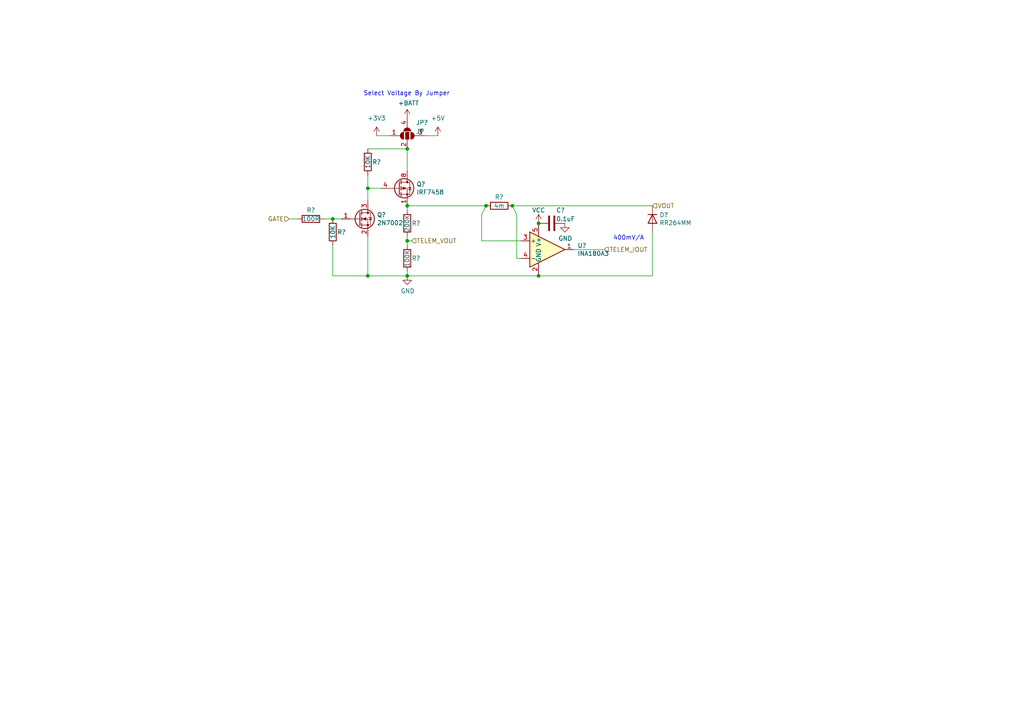
<source format=kicad_sch>
(kicad_sch (version 20211123) (generator eeschema)
  (paper "A4")
  (title_block (title "TJ Custom EPS") (rev "2") (company "TJHSST Nanosatellite Club") (comment 1 "PDM") (comment 2 "Provides Current and Voltage telemetry, and high side switch") (comment 4 "Engineer: Alan Hsu"))
  (lib_symbols
    (symbol "Amplifier_Current:INA138" (pin_names (offset 0.127))
      (property "Reference" "U" (at 3.81 5.08 0))
      (property "Value" "INA138" (at 3.81 2.54 0))
      (symbol "INA138_0_1"
        (polyline (pts (xy -5.08 5.08) (xy 5.08 0) (xy -5.08 -5.08) (xy -5.08 5.08)) (stroke (width 0.254)) (fill (type background)))
      )
      (symbol "INA138_1_1"
        (pin output line (at 7.62 0 180) (length 2.54) (name "~") (number "1"))
        (pin power_in line (at -2.54 -7.62 90) (length 3.81) (name "GND") (number "2"))
        (pin input line (at -7.62 2.54 0) (length 2.54) (name "+") (number "3"))
        (pin input line (at -7.62 -2.54 0) (length 2.54) (name "-") (number "4"))
        (pin power_in line (at -2.54 7.62 270) (length 3.81) (name "V+") (number "5"))
      )
    )
    (symbol "Device:C" (pin_numbers hide) (pin_names (offset 0.254))
      (property "Reference" "C" (at 0.635 2.54 0))
      (property "Value" "C" (at 0.635 -2.54 0))
      (symbol "C_0_1"
        (polyline (pts (xy -2.032 -0.762) (xy 2.032 -0.762)) (stroke (width 0.508)))
        (polyline (pts (xy -2.032 0.762) (xy 2.032 0.762)) (stroke (width 0.508)))
      )
      (symbol "C_1_1"
        (pin passive line (at 0 3.81 270) (length 2.794) (name "~") (number "1"))
        (pin passive line (at 0 -3.81 90) (length 2.794) (name "~") (number "2"))
      )
    )
    (symbol "Device:D" (pin_numbers hide) (pin_names (offset 1.016) hide)
      (property "Reference" "D" (at 0 2.54 0))
      (property "Value" "D" (at 0 -2.54 0))
      (symbol "D_0_1"
        (polyline (pts (xy -1.27 1.27) (xy -1.27 -1.27)) (stroke (width 0.254)))
        (polyline (pts (xy 1.27 0) (xy -1.27 0)))
        (polyline (pts (xy 1.27 1.27) (xy 1.27 -1.27) (xy -1.27 0) (xy 1.27 1.27)) (stroke (width 0.254)))
      )
      (symbol "D_1_1"
        (pin passive line (at -3.81 0 0) (length 2.54) (name "K") (number "1"))
        (pin passive line (at 3.81 0 180) (length 2.54) (name "A") (number "2"))
      )
    )
    (symbol "Device:R" (pin_numbers hide) (pin_names (offset 0))
      (property "Reference" "R" (at 2.032 0 90))
      (property "Value" "R" (at 0 0 90))
      (symbol "R_0_1"
        (rectangle (start -1.016 -2.54) (end 1.016 2.54) (stroke (width 0.254)))
      )
      (symbol "R_1_1"
        (pin passive line (at 0 3.81 270) (length 1.27) (name "~") (number "1"))
        (pin passive line (at 0 -3.81 90) (length 1.27) (name "~") (number "2"))
      )
    )
    (symbol "Transistor_FET:2N7002" (pin_names hide)
      (property "Reference" "Q" (at 5.08 1.905 0))
      (property "Value" "2N7002" (at 5.08 0 0))
      (symbol "2N7002_0_1"
        (polyline (pts (xy 0.254 0) (xy -2.54 0)))
        (polyline (pts (xy 0.254 1.905) (xy 0.254 -1.905)) (stroke (width 0.254)))
        (polyline (pts (xy 0.762 -1.27) (xy 0.762 -2.286)) (stroke (width 0.254)))
        (polyline (pts (xy 0.762 0.508) (xy 0.762 -0.508)) (stroke (width 0.254)))
        (polyline (pts (xy 0.762 2.286) (xy 0.762 1.27)) (stroke (width 0.254)))
        (polyline (pts (xy 2.54 2.54) (xy 2.54 1.778)))
        (polyline (pts (xy 2.54 -2.54) (xy 2.54 0) (xy 0.762 0)))
        (polyline (pts (xy 0.762 -1.778) (xy 3.302 -1.778) (xy 3.302 1.778) (xy 0.762 1.778)))
        (polyline (pts (xy 1.016 0) (xy 2.032 0.381) (xy 2.032 -0.381) (xy 1.016 0)) (fill (type outline)))
        (polyline (pts (xy 2.794 0.508) (xy 2.921 0.381) (xy 3.683 0.381) (xy 3.81 0.254)))
        (polyline (pts (xy 3.302 0.381) (xy 2.921 -0.254) (xy 3.683 -0.254) (xy 3.302 0.381)))
        (circle (center 1.651 0) (radius 2.794) (stroke (width 0.254)))
        (circle (center 2.54 -1.778) (radius 0.254) (fill (type outline)))
        (circle (center 2.54 1.778) (radius 0.254) (fill (type outline)))
      )
      (symbol "2N7002_1_1"
        (pin input line (at -5.08 0 0) (length 2.54) (name "G") (number "1"))
        (pin passive line (at 2.54 -5.08 90) (length 2.54) (name "S") (number "2"))
        (pin passive line (at 2.54 5.08 270) (length 2.54) (name "D") (number "3"))
      )
    )
    (symbol "Transistor_FET:IRF7404" (pin_names hide)
      (property "Reference" "Q" (at 5.08 1.905 0))
      (property "Value" "IRF7404" (at 5.08 0 0))
      (symbol "IRF7404_0_1"
        (polyline (pts (xy 0.254 0) (xy -2.54 0)))
        (polyline (pts (xy 0.254 1.905) (xy 0.254 -1.905)) (stroke (width 0.254)))
        (polyline (pts (xy 0.762 -1.27) (xy 0.762 -2.286)) (stroke (width 0.254)))
        (polyline (pts (xy 0.762 0.508) (xy 0.762 -0.508)) (stroke (width 0.254)))
        (polyline (pts (xy 0.762 2.286) (xy 0.762 1.27)) (stroke (width 0.254)))
        (polyline (pts (xy 2.54 2.54) (xy 2.54 1.778)))
        (polyline (pts (xy 2.54 -2.54) (xy 2.54 0) (xy 0.762 0)))
        (polyline (pts (xy 0.762 1.778) (xy 3.302 1.778) (xy 3.302 -1.778) (xy 0.762 -1.778)))
        (polyline (pts (xy 2.286 0) (xy 1.27 0.381) (xy 1.27 -0.381) (xy 2.286 0)) (fill (type outline)))
        (polyline (pts (xy 2.794 -0.508) (xy 2.921 -0.381) (xy 3.683 -0.381) (xy 3.81 -0.254)))
        (polyline (pts (xy 3.302 -0.381) (xy 2.921 0.254) (xy 3.683 0.254) (xy 3.302 -0.381)))
        (circle (center 1.651 0) (radius 2.794) (stroke (width 0.254)))
        (circle (center 2.54 -1.778) (radius 0.254) (fill (type outline)))
        (circle (center 2.54 1.778) (radius 0.254) (fill (type outline)))
      )
      (symbol "IRF7404_1_1"
        (pin passive line (at 2.54 -5.08 90) (length 2.54) (name "S") (number "1"))
        (pin passive line (at 2.54 -5.08 90) (length 2.54) hide (name "S") (number "2"))
        (pin passive line (at 2.54 -5.08 90) (length 2.54) hide (name "S") (number "3"))
        (pin passive line (at -5.08 0 0) (length 2.54) (name "G") (number "4"))
        (pin passive line (at 2.54 5.08 270) (length 2.54) hide (name "D") (number "5"))
        (pin passive line (at 2.54 5.08 270) (length 2.54) hide (name "D") (number "6"))
        (pin passive line (at 2.54 5.08 270) (length 2.54) hide (name "D") (number "7"))
        (pin passive line (at 2.54 5.08 270) (length 2.54) (name "D") (number "8"))
      )
    )
    (symbol "power:+3V3" (power) (pin_names (offset 0))
      (property "Value" "+3V3" (at 0 3.556 0))
      (symbol "+3V3_0_1"
        (polyline (pts (xy -0.762 1.27) (xy 0 2.54)))
        (polyline (pts (xy 0 0) (xy 0 2.54)))
        (polyline (pts (xy 0 2.54) (xy 0.762 1.27)))
      )
      (symbol "+3V3_1_1"
        (pin power_in line (at 0 0 90) (length 0) hide (name "+3V3") (number "1"))
      )
    )
    (symbol "power:+5V" (power) (pin_names (offset 0))
      (property "Value" "+5V" (at 0 3.556 0))
      (symbol "+5V_0_1"
        (polyline (pts (xy -0.762 1.27) (xy 0 2.54)))
        (polyline (pts (xy 0 0) (xy 0 2.54)))
        (polyline (pts (xy 0 2.54) (xy 0.762 1.27)))
      )
      (symbol "+5V_1_1"
        (pin power_in line (at 0 0 90) (length 0) hide (name "+5V") (number "1"))
      )
    )
    (symbol "power:+BATT" (power) (pin_names (offset 0))
      (property "Value" "+BATT" (at 0 3.556 0))
      (symbol "+BATT_0_1"
        (polyline (pts (xy -0.762 1.27) (xy 0 2.54)))
        (polyline (pts (xy 0 0) (xy 0 2.54)))
        (polyline (pts (xy 0 2.54) (xy 0.762 1.27)))
      )
      (symbol "+BATT_1_1"
        (pin power_in line (at 0 0 90) (length 0) hide (name "+BATT") (number "1"))
      )
    )
    (symbol "power:GND" (power) (pin_names (offset 0))
      (property "Value" "GND" (at 0 -3.81 0))
      (symbol "GND_0_1"
        (polyline (pts (xy 0 0) (xy 0 -1.27) (xy 1.27 -1.27) (xy 0 -2.54) (xy -1.27 -1.27) (xy 0 -1.27)))
      )
      (symbol "GND_1_1"
        (pin power_in line (at 0 0 270) (length 0) hide (name "GND") (number "1"))
      )
    )
    (symbol "power:VCC" (power) (pin_names (offset 0))
      (property "Value" "VCC" (at 0 3.81 0))
      (symbol "VCC_0_1"
        (polyline (pts (xy -0.762 1.27) (xy 0 2.54)))
        (polyline (pts (xy 0 0) (xy 0 2.54)))
        (polyline (pts (xy 0 2.54) (xy 0.762 1.27)))
      )
      (symbol "VCC_1_1"
        (pin power_in line (at 0 0 90) (length 0) hide (name "VCC") (number "1"))
      )
    )
    (symbol "symbols:SolderJumper_4_Open" (pin_names (offset 0) hide)
      (property "Reference" "JP" (at -2.54 -2.54 0))
      (property "Value" "SolderJumper_4_Open" (at -11.43 3.81 0))
      (symbol "SolderJumper_4_Open_0_1"
        (arc (start -1.016 1.016) (mid -2.032 0) (end -1.016 -1.016))
        (arc (start -1.016 1.016) (mid -2.032 0) (end -1.016 -1.016) (fill (type outline)))
        (rectangle (start -0.508 1.016) (end 0.508 -1.016) (fill (type outline)))
        (polyline (pts (xy -2.54 0) (xy -2.032 0)))
        (polyline (pts (xy -1.016 1.016) (xy -1.016 -1.016)))
        (polyline (pts (xy 0 -1.27) (xy 0 -1.016)))
        (polyline (pts (xy 0 2.794) (xy 0 2.286)))
        (polyline (pts (xy 1.016 1.016) (xy 1.016 -1.016)))
        (polyline (pts (xy 2.54 0) (xy 2.032 0)))
        (arc (start 1.016 -1.016) (mid 2.032 0) (end 1.016 1.016))
        (arc (start 1.016 -1.016) (mid 2.032 0) (end 1.016 1.016) (fill (type outline)))
        (arc (start 1.016 1.27) (mid 0 2.286) (end -1.016 1.27))
        (arc (start 1.016 1.27) (mid 0 2.286) (end -1.016 1.27) (fill (type outline)))
      )
      (symbol "SolderJumper_4_Open_1_1"
        (pin passive line (at -5.08 0 0) (length 2.54) (name "A") (number "1"))
        (pin passive line (at 0 -3.81 90) (length 2.54) (name "C") (number "2"))
        (pin passive line (at 5.08 0 180) (length 2.54) (name "B") (number "3"))
        (pin passive line (at 0 5.08 270) (length 2.54) (name "D") (number "4"))
      )
    )
  )
  (junction (at 118.11 43.18))
  (junction (at 156.21 64.77))
  (junction (at 106.68 54.61))
  (junction (at 118.11 80.01))
  (junction (at 118.11 69.85))
  (junction (at 148.59 59.69))
  (junction (at 96.52 63.5))
  (junction (at 156.21 80.01))
  (junction (at 106.68 80.01))
  (junction (at 118.11 59.69))
  (junction (at 140.97 59.69))
  (wire (pts (xy 148.59 59.69) (xy 189.23 59.69)))
  (wire (pts (xy 96.52 63.5) (xy 99.06 63.5)))
  (wire (pts (xy 123.19 39.37) (xy 127 39.37)))
  (wire (pts (xy 118.11 60.96) (xy 118.11 59.69)))
  (wire (pts (xy 106.68 80.01) (xy 118.11 80.01)))
  (wire (pts (xy 118.11 80.01) (xy 156.21 80.01)))
  (wire (pts (xy 106.68 50.8) (xy 106.68 54.61)))
  (wire (pts (xy 189.23 67.31) (xy 189.23 80.01)))
  (wire (pts (xy 106.68 43.18) (xy 118.11 43.18)))
  (wire (pts (xy 106.68 54.61) (xy 106.68 58.42)))
  (wire (pts (xy 118.11 59.69) (xy 140.97 59.69)))
  (wire (pts (xy 149.86 62.23) (xy 148.59 59.69)))
  (wire (pts (xy 93.98 63.5) (xy 96.52 63.5)))
  (wire (pts (xy 96.52 80.01) (xy 106.68 80.01)))
  (wire (pts (xy 149.86 62.23) (xy 149.86 74.93)))
  (wire (pts (xy 156.21 80.01) (xy 189.23 80.01)))
  (wire (pts (xy 139.7 62.23) (xy 139.7 69.85)))
  (wire (pts (xy 96.52 71.12) (xy 96.52 80.01)))
  (wire (pts (xy 118.11 49.53) (xy 118.11 43.18)))
  (wire (pts (xy 118.11 68.58) (xy 118.11 69.85)))
  (wire (pts (xy 118.11 78.74) (xy 118.11 80.01)))
  (wire (pts (xy 118.11 69.85) (xy 119.38 69.85)))
  (wire (pts (xy 149.86 74.93) (xy 151.13 74.93)))
  (wire (pts (xy 109.22 39.37) (xy 113.03 39.37)))
  (wire (pts (xy 83.82 63.5) (xy 86.36 63.5)))
  (wire (pts (xy 118.11 69.85) (xy 118.11 71.12)))
  (wire (pts (xy 166.37 72.39) (xy 175.26 72.39)))
  (wire (pts (xy 139.7 69.85) (xy 151.13 69.85)))
  (wire (pts (xy 140.97 59.69) (xy 139.7 62.23)))
  (wire (pts (xy 110.49 54.61) (xy 106.68 54.61)))
  (wire (pts (xy 106.68 68.58) (xy 106.68 80.01)))
  (text "400mV/A" (at 177.8 69.85 0) (effects (font (size 1.27 1.27)) (justify left bottom)))
  (text "Select Voltage By Jumper" (at 105.41 27.94 0) (effects (font (size 1.27 1.27)) (justify left bottom)))
  (hierarchical_label "VOUT" (shape input) (at 189.23 59.69 0))
  (hierarchical_label "GATE" (shape input) (at 83.82 63.5 180))
  (hierarchical_label "TELEM_IOUT" (shape input) (at 175.26 72.39 0))
  (hierarchical_label "TELEM_VOUT" (shape input) (at 119.38 69.85 0))
  (symbol (lib_id "Device:D") (at 189.23 63.5 270) (unit 1)
    (property "Reference" "D?" (at 191.262 62.3316 90) (effects (justify left)))
    (property "Value" "RR264MM" (at 191.262 64.643 90) (effects (justify left)))
    (property "Footprint" "Diode_SMD:D_SOD-123F" (effects hide))
  )
  (symbol (lib_id "Device:R") (at 118.11 64.77 0) (unit 1)
    (property "Reference" "R?" (at 119.38 64.77 0) (effects (justify left)))
    (property "Value" "200K" (at 118.11 64.77 90))
    (property "Footprint" "Resistor_SMD:R_0603_1608Metric" (effects hide))
  )
  (symbol (lib_id "power:+BATT") (at 118.11 34.29 0) (unit 1)
    (property "Reference" "#PWR?" (effects hide))
    (property "Value" "+BATT" (at 118.491 29.8958 0))
  )
  (symbol (lib_id "Transistor_FET:IRF7404") (at 115.57 54.61 0) (unit 1)
    (property "Reference" "Q?" (at 120.777 53.4416 0) (effects (justify left)))
    (property "Value" "IRF7458" (at 120.777 55.753 0) (effects (justify left)))
    (property "Footprint" "Package_SO:SOIC-8_3.9x4.9mm_P1.27mm" (effects hide))
    (property "Datasheet" "http://www.infineon.com/dgdl/irf7404.pdf?fileId=5546d462533600a4015355fa2b5b1b9e" (effects hide))
  )
  (symbol (lib_id "Transistor_FET:2N7002") (at 104.14 63.5 0) (unit 1)
    (property "Reference" "Q?" (at 109.3216 62.3316 0) (effects (justify left)))
    (property "Value" "2N7002" (at 109.3216 64.643 0) (effects (justify left)))
    (property "Footprint" "Package_TO_SOT_SMD:SOT-23" (effects hide))
    (property "Datasheet" "https://www.onsemi.com/pub/Collateral/NDS7002A-D.PDF" (effects hide))
  )
  (symbol (lib_id "Device:R") (at 106.68 46.99 0) (unit 1)
    (property "Reference" "R?" (at 107.95 46.99 0) (effects (justify left)))
    (property "Value" "10K" (at 106.68 46.99 90))
    (property "Footprint" "Resistor_SMD:R_0603_1608Metric" (effects hide))
  )
  (symbol (lib_id "Device:R") (at 90.17 63.5 270) (unit 1)
    (property "Reference" "R?" (at 90.17 60.96 90))
    (property "Value" "100R" (at 90.17 63.5 90))
    (property "Footprint" "Resistor_SMD:R_0603_1608Metric" (effects hide))
  )
  (symbol (lib_id "Device:R") (at 96.52 67.31 0) (unit 1)
    (property "Reference" "R?" (at 97.79 67.31 0) (effects (justify left)))
    (property "Value" "10K" (at 96.52 67.31 90))
    (property "Footprint" "Resistor_SMD:R_0603_1608Metric" (effects hide))
  )
  (symbol (lib_id "power:GND") (at 118.11 80.01 0) (unit 1)
    (property "Reference" "#PWR?" (effects hide))
    (property "Value" "GND" (at 118.237 84.4042 0))
  )
  (symbol (lib_id "Device:R") (at 144.78 59.69 270) (unit 1)
    (property "Reference" "R?" (at 144.78 57.15 90))
    (property "Value" "4m" (at 144.78 59.69 90))
    (property "Footprint" "Resistor_SMD:R_1206_3216Metric" (effects hide))
  )
  (symbol (lib_id "Device:R") (at 118.11 74.93 0) (unit 1)
    (property "Reference" "R?" (at 119.38 74.93 0) (effects (justify left)))
    (property "Value" "100K" (at 118.11 74.93 90))
    (property "Footprint" "Resistor_SMD:R_0603_1608Metric" (effects hide))
  )
  (symbol (lib_id "Amplifier_Current:INA138") (at 158.75 72.39 0) (unit 1)
    (property "Reference" "U?" (at 167.4876 71.2216 0) (effects (justify left)))
    (property "Value" "INA180A3" (at 167.4876 73.533 0) (effects (justify left)))
    (property "Footprint" "Package_TO_SOT_SMD:SOT-23-5" (effects hide))
    (property "Datasheet" "http://www.ti.com/lit/ds/symlink/ina138.pdf" (effects hide))
  )
  (symbol (lib_id "power:VCC") (at 156.21 64.77 0) (unit 1)
    (property "Reference" "#PWR?" (effects hide))
    (property "Value" "VCC" (at 156.21 60.96 0))
  )
  (symbol (lib_id "Device:C") (at 160.02 64.77 90) (unit 1)
    (property "Reference" "C?" (at 161.29 60.96 90) (effects (justify right)))
    (property "Value" "0.1uF" (at 161.29 63.5 90) (effects (justify right)))
    (property "Footprint" "Capacitor_SMD:C_0603_1608Metric" (effects hide))
  )
  (symbol (lib_id "power:GND") (at 163.83 64.77 0) (unit 1)
    (property "Reference" "#PWR?" (effects hide))
    (property "Value" "GND" (at 163.957 69.1642 0))
  )
  (symbol (lib_id "symbols:SolderJumper_4_Open") (at 118.11 39.37 0) (unit 1)
    (property "Reference" "JP?" (at 120.65 35.56 0) (effects (justify left)))
    (property "Value" "JP" (at 120.65 38.1 0) (effects (justify left)))
  )
  (symbol (lib_id "power:+5V") (at 127 39.37 0) (unit 1)
    (property "Reference" "#PWR?" (effects hide))
    (property "Value" "+5V" (at 127 34.29 0))
  )
  (symbol (lib_id "power:+3V3") (at 109.22 39.37 0) (unit 1)
    (property "Reference" "#PWR?" (effects hide))
    (property "Value" "+3V3" (at 109.22 34.29 0))
  )
)
</source>
